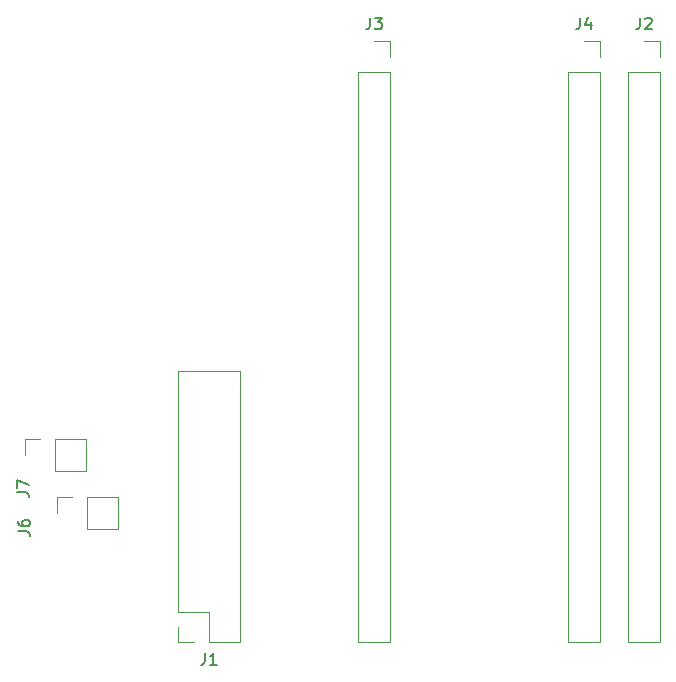
<source format=gbr>
%TF.GenerationSoftware,KiCad,Pcbnew,8.0.5*%
%TF.CreationDate,2024-10-03T22:49:54+01:00*%
%TF.ProjectId,OV7670 pico board,4f563736-3730-4207-9069-636f20626f61,rev?*%
%TF.SameCoordinates,Original*%
%TF.FileFunction,Legend,Top*%
%TF.FilePolarity,Positive*%
%FSLAX46Y46*%
G04 Gerber Fmt 4.6, Leading zero omitted, Abs format (unit mm)*
G04 Created by KiCad (PCBNEW 8.0.5) date 2024-10-03 22:49:54*
%MOMM*%
%LPD*%
G01*
G04 APERTURE LIST*
%ADD10C,0.150000*%
%ADD11C,0.120000*%
G04 APERTURE END LIST*
D10*
X180594819Y-95303333D02*
X181309104Y-95303333D01*
X181309104Y-95303333D02*
X181451961Y-95350952D01*
X181451961Y-95350952D02*
X181547200Y-95446190D01*
X181547200Y-95446190D02*
X181594819Y-95589047D01*
X181594819Y-95589047D02*
X181594819Y-95684285D01*
X180594819Y-94922380D02*
X180594819Y-94255714D01*
X180594819Y-94255714D02*
X181594819Y-94684285D01*
X180674819Y-98603333D02*
X181389104Y-98603333D01*
X181389104Y-98603333D02*
X181531961Y-98650952D01*
X181531961Y-98650952D02*
X181627200Y-98746190D01*
X181627200Y-98746190D02*
X181674819Y-98889047D01*
X181674819Y-98889047D02*
X181674819Y-98984285D01*
X180674819Y-97698571D02*
X180674819Y-97889047D01*
X180674819Y-97889047D02*
X180722438Y-97984285D01*
X180722438Y-97984285D02*
X180770057Y-98031904D01*
X180770057Y-98031904D02*
X180912914Y-98127142D01*
X180912914Y-98127142D02*
X181103390Y-98174761D01*
X181103390Y-98174761D02*
X181484342Y-98174761D01*
X181484342Y-98174761D02*
X181579580Y-98127142D01*
X181579580Y-98127142D02*
X181627200Y-98079523D01*
X181627200Y-98079523D02*
X181674819Y-97984285D01*
X181674819Y-97984285D02*
X181674819Y-97793809D01*
X181674819Y-97793809D02*
X181627200Y-97698571D01*
X181627200Y-97698571D02*
X181579580Y-97650952D01*
X181579580Y-97650952D02*
X181484342Y-97603333D01*
X181484342Y-97603333D02*
X181246247Y-97603333D01*
X181246247Y-97603333D02*
X181151009Y-97650952D01*
X181151009Y-97650952D02*
X181103390Y-97698571D01*
X181103390Y-97698571D02*
X181055771Y-97793809D01*
X181055771Y-97793809D02*
X181055771Y-97984285D01*
X181055771Y-97984285D02*
X181103390Y-98079523D01*
X181103390Y-98079523D02*
X181151009Y-98127142D01*
X181151009Y-98127142D02*
X181246247Y-98174761D01*
X210486666Y-55104819D02*
X210486666Y-55819104D01*
X210486666Y-55819104D02*
X210439047Y-55961961D01*
X210439047Y-55961961D02*
X210343809Y-56057200D01*
X210343809Y-56057200D02*
X210200952Y-56104819D01*
X210200952Y-56104819D02*
X210105714Y-56104819D01*
X210867619Y-55104819D02*
X211486666Y-55104819D01*
X211486666Y-55104819D02*
X211153333Y-55485771D01*
X211153333Y-55485771D02*
X211296190Y-55485771D01*
X211296190Y-55485771D02*
X211391428Y-55533390D01*
X211391428Y-55533390D02*
X211439047Y-55581009D01*
X211439047Y-55581009D02*
X211486666Y-55676247D01*
X211486666Y-55676247D02*
X211486666Y-55914342D01*
X211486666Y-55914342D02*
X211439047Y-56009580D01*
X211439047Y-56009580D02*
X211391428Y-56057200D01*
X211391428Y-56057200D02*
X211296190Y-56104819D01*
X211296190Y-56104819D02*
X211010476Y-56104819D01*
X211010476Y-56104819D02*
X210915238Y-56057200D01*
X210915238Y-56057200D02*
X210867619Y-56009580D01*
X196516666Y-108904819D02*
X196516666Y-109619104D01*
X196516666Y-109619104D02*
X196469047Y-109761961D01*
X196469047Y-109761961D02*
X196373809Y-109857200D01*
X196373809Y-109857200D02*
X196230952Y-109904819D01*
X196230952Y-109904819D02*
X196135714Y-109904819D01*
X197516666Y-109904819D02*
X196945238Y-109904819D01*
X197230952Y-109904819D02*
X197230952Y-108904819D01*
X197230952Y-108904819D02*
X197135714Y-109047676D01*
X197135714Y-109047676D02*
X197040476Y-109142914D01*
X197040476Y-109142914D02*
X196945238Y-109190533D01*
X233346666Y-55104819D02*
X233346666Y-55819104D01*
X233346666Y-55819104D02*
X233299047Y-55961961D01*
X233299047Y-55961961D02*
X233203809Y-56057200D01*
X233203809Y-56057200D02*
X233060952Y-56104819D01*
X233060952Y-56104819D02*
X232965714Y-56104819D01*
X233775238Y-55200057D02*
X233822857Y-55152438D01*
X233822857Y-55152438D02*
X233918095Y-55104819D01*
X233918095Y-55104819D02*
X234156190Y-55104819D01*
X234156190Y-55104819D02*
X234251428Y-55152438D01*
X234251428Y-55152438D02*
X234299047Y-55200057D01*
X234299047Y-55200057D02*
X234346666Y-55295295D01*
X234346666Y-55295295D02*
X234346666Y-55390533D01*
X234346666Y-55390533D02*
X234299047Y-55533390D01*
X234299047Y-55533390D02*
X233727619Y-56104819D01*
X233727619Y-56104819D02*
X234346666Y-56104819D01*
X228266666Y-55104819D02*
X228266666Y-55819104D01*
X228266666Y-55819104D02*
X228219047Y-55961961D01*
X228219047Y-55961961D02*
X228123809Y-56057200D01*
X228123809Y-56057200D02*
X227980952Y-56104819D01*
X227980952Y-56104819D02*
X227885714Y-56104819D01*
X229171428Y-55438152D02*
X229171428Y-56104819D01*
X228933333Y-55057200D02*
X228695238Y-55771485D01*
X228695238Y-55771485D02*
X229314285Y-55771485D01*
D11*
%TO.C,J7*%
X183840000Y-90800000D02*
X186440000Y-90800000D01*
X181240000Y-90800000D02*
X182570000Y-90800000D01*
X181240000Y-92130000D02*
X181240000Y-90800000D01*
X186440000Y-93460000D02*
X186440000Y-90800000D01*
X183840000Y-93460000D02*
X183840000Y-90800000D01*
X183840000Y-93460000D02*
X186440000Y-93460000D01*
%TO.C,J6*%
X186560000Y-98370000D02*
X189160000Y-98370000D01*
X186560000Y-98370000D02*
X186560000Y-95710000D01*
X189160000Y-98370000D02*
X189160000Y-95710000D01*
X183960000Y-97040000D02*
X183960000Y-95710000D01*
X183960000Y-95710000D02*
X185290000Y-95710000D01*
X186560000Y-95710000D02*
X189160000Y-95710000D01*
%TO.C,J3*%
X209490000Y-59690000D02*
X209490000Y-108010000D01*
X209490000Y-59690000D02*
X212150000Y-59690000D01*
X209490000Y-108010000D02*
X212150000Y-108010000D01*
X210820000Y-57090000D02*
X212150000Y-57090000D01*
X212150000Y-57090000D02*
X212150000Y-58420000D01*
X212150000Y-59690000D02*
X212150000Y-108010000D01*
%TO.C,J1*%
X194250000Y-105410000D02*
X194250000Y-85030000D01*
X194250000Y-108010000D02*
X194250000Y-106680000D01*
X195580000Y-108010000D02*
X194250000Y-108010000D01*
X196850000Y-105410000D02*
X194250000Y-105410000D01*
X196850000Y-108010000D02*
X196850000Y-105410000D01*
X199450000Y-85030000D02*
X194250000Y-85030000D01*
X199450000Y-108010000D02*
X196850000Y-108010000D01*
X199450000Y-108010000D02*
X199450000Y-85030000D01*
%TO.C,J2*%
X232350000Y-59690000D02*
X232350000Y-108010000D01*
X232350000Y-59690000D02*
X235010000Y-59690000D01*
X232350000Y-108010000D02*
X235010000Y-108010000D01*
X233680000Y-57090000D02*
X235010000Y-57090000D01*
X235010000Y-57090000D02*
X235010000Y-58420000D01*
X235010000Y-59690000D02*
X235010000Y-108010000D01*
%TO.C,J4*%
X227270000Y-59690000D02*
X227270000Y-108010000D01*
X227270000Y-59690000D02*
X229930000Y-59690000D01*
X227270000Y-108010000D02*
X229930000Y-108010000D01*
X228600000Y-57090000D02*
X229930000Y-57090000D01*
X229930000Y-57090000D02*
X229930000Y-58420000D01*
X229930000Y-59690000D02*
X229930000Y-108010000D01*
%TD*%
M02*

</source>
